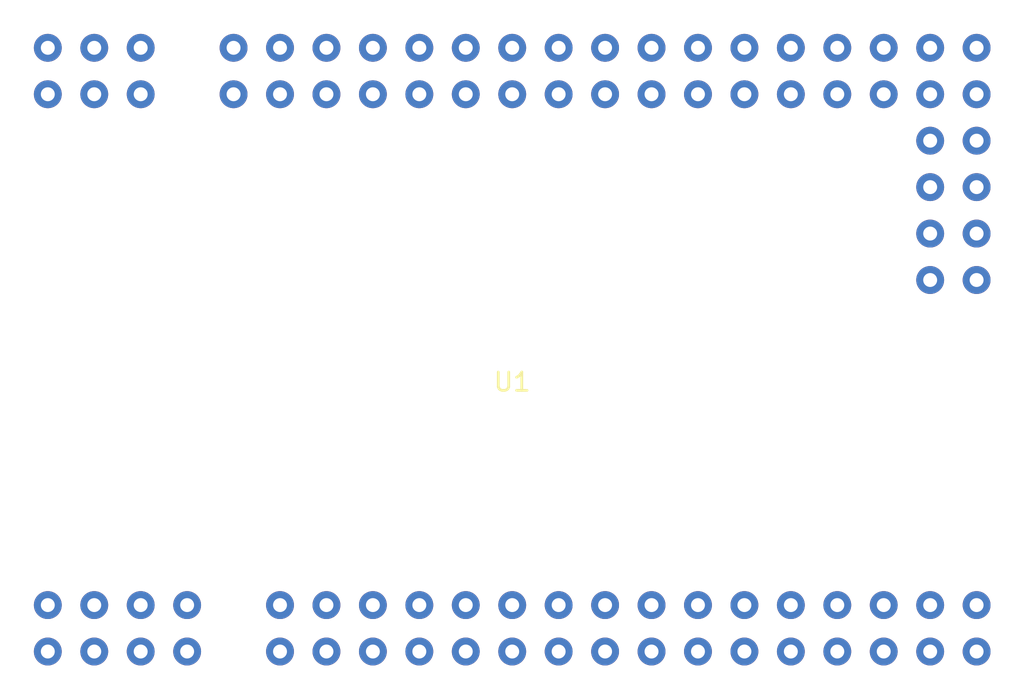
<source format=kicad_pcb>
(kicad_pcb (version 20171130) (host pcbnew 5.0.2+dfsg1-1)

  (general
    (thickness 1.6)
    (drawings 0)
    (tracks 0)
    (zones 0)
    (modules 1)
    (nets 41)
  )

  (page A4)
  (layers
    (0 F.Cu signal)
    (31 B.Cu signal)
    (32 B.Adhes user)
    (33 F.Adhes user)
    (34 B.Paste user)
    (35 F.Paste user)
    (36 B.SilkS user)
    (37 F.SilkS user)
    (38 B.Mask user)
    (39 F.Mask user)
    (40 Dwgs.User user)
    (41 Cmts.User user)
    (42 Eco1.User user)
    (43 Eco2.User user)
    (44 Edge.Cuts user)
    (45 Margin user)
    (46 B.CrtYd user)
    (47 F.CrtYd user)
    (48 B.Fab user)
    (49 F.Fab user)
  )

  (setup
    (last_trace_width 0.25)
    (trace_clearance 0.2)
    (zone_clearance 0.508)
    (zone_45_only no)
    (trace_min 0.2)
    (segment_width 0.2)
    (edge_width 0.15)
    (via_size 0.8)
    (via_drill 0.4)
    (via_min_size 0.4)
    (via_min_drill 0.3)
    (uvia_size 0.3)
    (uvia_drill 0.1)
    (uvias_allowed no)
    (uvia_min_size 0.2)
    (uvia_min_drill 0.1)
    (pcb_text_width 0.3)
    (pcb_text_size 1.5 1.5)
    (mod_edge_width 0.15)
    (mod_text_size 1 1)
    (mod_text_width 0.15)
    (pad_size 1.524 1.524)
    (pad_drill 0.762)
    (pad_to_mask_clearance 0.051)
    (solder_mask_min_width 0.25)
    (aux_axis_origin 0 0)
    (visible_elements FFFFFF7F)
    (pcbplotparams
      (layerselection 0x010fc_ffffffff)
      (usegerberextensions false)
      (usegerberattributes false)
      (usegerberadvancedattributes false)
      (creategerberjobfile false)
      (excludeedgelayer true)
      (linewidth 0.100000)
      (plotframeref false)
      (viasonmask false)
      (mode 1)
      (useauxorigin false)
      (hpglpennumber 1)
      (hpglpenspeed 20)
      (hpglpendiameter 15.000000)
      (psnegative false)
      (psa4output false)
      (plotreference true)
      (plotvalue true)
      (plotinvisibletext false)
      (padsonsilk false)
      (subtractmaskfromsilk false)
      (outputformat 1)
      (mirror false)
      (drillshape 1)
      (scaleselection 1)
      (outputdirectory ""))
  )

  (net 0 "")
  (net 1 "Net-(U1-Pad12)")
  (net 2 "Net-(U1-Pad13)")
  (net 3 "Net-(U1-Pad15)")
  (net 4 "Net-(U1-Pad16)")
  (net 5 "Net-(U1-Pad17)")
  (net 6 "Net-(U1-Pad18)")
  (net 7 "Net-(U1-Pad19)")
  (net 8 "Net-(U1-Pad20)")
  (net 9 "Net-(U1-Pad21)")
  (net 10 "Net-(U1-Pad23)")
  (net 11 "Net-(U1-Pad24)")
  (net 12 "Net-(U1-Pad25)")
  (net 13 "Net-(U1-Pad26)")
  (net 14 "Net-(U1-Pad46)")
  (net 15 "Net-(U1-Pad44)")
  (net 16 "Net-(U1-Pad45)")
  (net 17 "Net-(U1-PadGND)")
  (net 18 "Net-(U1-Pad50)")
  (net 19 "Net-(U1-Pad52)")
  (net 20 "Net-(U1-Pad53)")
  (net 21 "Net-(U1-Pad51)")
  (net 22 "Net-(U1-Pad43)")
  (net 23 "Net-(U1-Pad42)")
  (net 24 "Net-(U1-Pad40)")
  (net 25 "Net-(U1-Pad41)")
  (net 26 "Net-(U1-Pad38)")
  (net 27 "Net-(U1-Pad39)")
  (net 28 "Net-(U1-Pad36)")
  (net 29 "Net-(U1-Pad37)")
  (net 30 "Net-(U1-Pad35)")
  (net 31 "Net-(U1-PadAREF)")
  (net 32 "Net-(U1-PadRST)")
  (net 33 "Net-(U1-Pad6)")
  (net 34 "Net-(U1-Pad2)")
  (net 35 "Net-(U1-Pad5V)")
  (net 36 "Net-(U1-PadVin)")
  (net 37 "Net-(U1-Pad3V3)")
  (net 38 "Net-(U1-Pad3)")
  (net 39 "Net-(U1-Pad5)")
  (net 40 "Net-(U1-Pad7)")

  (net_class Default "This is the default net class."
    (clearance 0.2)
    (trace_width 0.25)
    (via_dia 0.8)
    (via_drill 0.4)
    (uvia_dia 0.3)
    (uvia_drill 0.1)
    (add_net "Net-(U1-Pad12)")
    (add_net "Net-(U1-Pad13)")
    (add_net "Net-(U1-Pad15)")
    (add_net "Net-(U1-Pad16)")
    (add_net "Net-(U1-Pad17)")
    (add_net "Net-(U1-Pad18)")
    (add_net "Net-(U1-Pad19)")
    (add_net "Net-(U1-Pad2)")
    (add_net "Net-(U1-Pad20)")
    (add_net "Net-(U1-Pad21)")
    (add_net "Net-(U1-Pad23)")
    (add_net "Net-(U1-Pad24)")
    (add_net "Net-(U1-Pad25)")
    (add_net "Net-(U1-Pad26)")
    (add_net "Net-(U1-Pad3)")
    (add_net "Net-(U1-Pad35)")
    (add_net "Net-(U1-Pad36)")
    (add_net "Net-(U1-Pad37)")
    (add_net "Net-(U1-Pad38)")
    (add_net "Net-(U1-Pad39)")
    (add_net "Net-(U1-Pad3V3)")
    (add_net "Net-(U1-Pad40)")
    (add_net "Net-(U1-Pad41)")
    (add_net "Net-(U1-Pad42)")
    (add_net "Net-(U1-Pad43)")
    (add_net "Net-(U1-Pad44)")
    (add_net "Net-(U1-Pad45)")
    (add_net "Net-(U1-Pad46)")
    (add_net "Net-(U1-Pad5)")
    (add_net "Net-(U1-Pad50)")
    (add_net "Net-(U1-Pad51)")
    (add_net "Net-(U1-Pad52)")
    (add_net "Net-(U1-Pad53)")
    (add_net "Net-(U1-Pad5V)")
    (add_net "Net-(U1-Pad6)")
    (add_net "Net-(U1-Pad7)")
    (add_net "Net-(U1-PadAREF)")
    (add_net "Net-(U1-PadGND)")
    (add_net "Net-(U1-PadRST)")
    (add_net "Net-(U1-PadVin)")
  )

  (module 2008-mega2560promini:mega2560promini (layer F.Cu) (tedit 5E03D7FE) (tstamp 5E0446C4)
    (at 137.16 96.52)
    (path /5E04F573)
    (fp_text reference U1 (at 0 0.5) (layer F.SilkS)
      (effects (font (size 1 1) (thickness 0.15)))
    )
    (fp_text value Mega2560ProMini (at 0 -0.5) (layer F.Fab)
      (effects (font (size 1 1) (thickness 0.15)))
    )
    (fp_line (start -27.94 -20.32) (end 27.94 -20.32) (layer F.CrtYd) (width 0.15))
    (fp_line (start 27.94 -20.32) (end 27.94 17.78) (layer F.CrtYd) (width 0.15))
    (fp_line (start 27.94 17.78) (end -27.94 17.78) (layer F.CrtYd) (width 0.15))
    (fp_line (start -27.94 17.78) (end -27.94 -20.32) (layer F.CrtYd) (width 0.15))
    (pad 11 thru_hole circle (at 0 15.24) (size 1.524 1.524) (drill 0.762) (layers *.Cu *.Mask))
    (pad 10 thru_hole circle (at 0 12.7) (size 1.524 1.524) (drill 0.762) (layers *.Cu *.Mask))
    (pad 12 thru_hole circle (at 2.54 12.7) (size 1.524 1.524) (drill 0.762) (layers *.Cu *.Mask)
      (net 1 "Net-(U1-Pad12)"))
    (pad 13 thru_hole circle (at 2.54 15.24) (size 1.524 1.524) (drill 0.762) (layers *.Cu *.Mask)
      (net 2 "Net-(U1-Pad13)"))
    (pad 14 thru_hole circle (at 5.08 12.7) (size 1.524 1.524) (drill 0.762) (layers *.Cu *.Mask))
    (pad 15 thru_hole circle (at 5.08 15.24) (size 1.524 1.524) (drill 0.762) (layers *.Cu *.Mask)
      (net 3 "Net-(U1-Pad15)"))
    (pad 16 thru_hole circle (at 7.62 12.7) (size 1.524 1.524) (drill 0.762) (layers *.Cu *.Mask)
      (net 4 "Net-(U1-Pad16)"))
    (pad 17 thru_hole circle (at 7.62 15.24) (size 1.524 1.524) (drill 0.762) (layers *.Cu *.Mask)
      (net 5 "Net-(U1-Pad17)"))
    (pad 18 thru_hole circle (at 10.16 12.7) (size 1.524 1.524) (drill 0.762) (layers *.Cu *.Mask)
      (net 6 "Net-(U1-Pad18)"))
    (pad 19 thru_hole circle (at 10.16 15.24) (size 1.524 1.524) (drill 0.762) (layers *.Cu *.Mask)
      (net 7 "Net-(U1-Pad19)"))
    (pad 20 thru_hole circle (at 12.7 12.7) (size 1.524 1.524) (drill 0.762) (layers *.Cu *.Mask)
      (net 8 "Net-(U1-Pad20)"))
    (pad 21 thru_hole circle (at 12.7 15.24) (size 1.524 1.524) (drill 0.762) (layers *.Cu *.Mask)
      (net 9 "Net-(U1-Pad21)"))
    (pad 22 thru_hole circle (at 15.24 12.7) (size 1.524 1.524) (drill 0.762) (layers *.Cu *.Mask))
    (pad 23 thru_hole circle (at 15.24 15.24) (size 1.524 1.524) (drill 0.762) (layers *.Cu *.Mask)
      (net 10 "Net-(U1-Pad23)"))
    (pad 24 thru_hole circle (at 17.78 12.7) (size 1.524 1.524) (drill 0.762) (layers *.Cu *.Mask)
      (net 11 "Net-(U1-Pad24)"))
    (pad 25 thru_hole circle (at 17.78 15.24) (size 1.524 1.524) (drill 0.762) (layers *.Cu *.Mask)
      (net 12 "Net-(U1-Pad25)"))
    (pad 26 thru_hole circle (at 20.32 12.7) (size 1.524 1.524) (drill 0.762) (layers *.Cu *.Mask)
      (net 13 "Net-(U1-Pad26)"))
    (pad 27 thru_hole circle (at 20.32 15.24) (size 1.524 1.524) (drill 0.762) (layers *.Cu *.Mask))
    (pad 28 thru_hole circle (at 22.86 12.7) (size 1.524 1.524) (drill 0.762) (layers *.Cu *.Mask))
    (pad 29 thru_hole circle (at 22.86 15.24) (size 1.524 1.524) (drill 0.762) (layers *.Cu *.Mask))
    (pad 30 thru_hole circle (at 25.4 12.7) (size 1.524 1.524) (drill 0.762) (layers *.Cu *.Mask))
    (pad 31 thru_hole circle (at 25.4 15.24) (size 1.524 1.524) (drill 0.762) (layers *.Cu *.Mask))
    (pad 46 thru_hole circle (at 25.4 -17.78) (size 1.524 1.524) (drill 0.762) (layers *.Cu *.Mask)
      (net 14 "Net-(U1-Pad46)"))
    (pad 44 thru_hole circle (at 22.86 -17.78) (size 1.524 1.524) (drill 0.762) (layers *.Cu *.Mask)
      (net 15 "Net-(U1-Pad44)"))
    (pad 45 thru_hole circle (at 22.86 -15.24) (size 1.524 1.524) (drill 0.762) (layers *.Cu *.Mask)
      (net 16 "Net-(U1-Pad45)"))
    (pad 47 thru_hole circle (at 25.4 -15.24) (size 1.524 1.524) (drill 0.762) (layers *.Cu *.Mask))
    (pad GND thru_hole circle (at 25.4 -12.7) (size 1.524 1.524) (drill 0.762) (layers *.Cu *.Mask)
      (net 17 "Net-(U1-PadGND)"))
    (pad 48 thru_hole circle (at 25.4 -10.16) (size 1.524 1.524) (drill 0.762) (layers *.Cu *.Mask))
    (pad 50 thru_hole circle (at 25.4 -7.62) (size 1.524 1.524) (drill 0.762) (layers *.Cu *.Mask)
      (net 18 "Net-(U1-Pad50)"))
    (pad 52 thru_hole circle (at 25.4 -5.08) (size 1.524 1.524) (drill 0.762) (layers *.Cu *.Mask)
      (net 19 "Net-(U1-Pad52)"))
    (pad 53 thru_hole circle (at 22.86 -5.08) (size 1.524 1.524) (drill 0.762) (layers *.Cu *.Mask)
      (net 20 "Net-(U1-Pad53)"))
    (pad 51 thru_hole circle (at 22.86 -7.62) (size 1.524 1.524) (drill 0.762) (layers *.Cu *.Mask)
      (net 21 "Net-(U1-Pad51)"))
    (pad 49 thru_hole circle (at 22.86 -10.16) (size 1.524 1.524) (drill 0.762) (layers *.Cu *.Mask))
    (pad GND thru_hole circle (at 22.86 -12.7) (size 1.524 1.524) (drill 0.762) (layers *.Cu *.Mask)
      (net 17 "Net-(U1-PadGND)"))
    (pad 43 thru_hole circle (at 20.32 -15.24) (size 1.524 1.524) (drill 0.762) (layers *.Cu *.Mask)
      (net 22 "Net-(U1-Pad43)"))
    (pad 42 thru_hole circle (at 20.32 -17.78) (size 1.524 1.524) (drill 0.762) (layers *.Cu *.Mask)
      (net 23 "Net-(U1-Pad42)"))
    (pad 40 thru_hole circle (at 17.78 -17.78) (size 1.524 1.524) (drill 0.762) (layers *.Cu *.Mask)
      (net 24 "Net-(U1-Pad40)"))
    (pad 41 thru_hole circle (at 17.78 -15.24) (size 1.524 1.524) (drill 0.762) (layers *.Cu *.Mask)
      (net 25 "Net-(U1-Pad41)"))
    (pad 38 thru_hole circle (at 15.24 -17.78) (size 1.524 1.524) (drill 0.762) (layers *.Cu *.Mask)
      (net 26 "Net-(U1-Pad38)"))
    (pad 39 thru_hole circle (at 15.24 -15.24) (size 1.524 1.524) (drill 0.762) (layers *.Cu *.Mask)
      (net 27 "Net-(U1-Pad39)"))
    (pad 36 thru_hole circle (at 12.7 -17.78) (size 1.524 1.524) (drill 0.762) (layers *.Cu *.Mask)
      (net 28 "Net-(U1-Pad36)"))
    (pad 37 thru_hole circle (at 12.7 -15.24) (size 1.524 1.524) (drill 0.762) (layers *.Cu *.Mask)
      (net 29 "Net-(U1-Pad37)"))
    (pad 34 thru_hole circle (at 10.16 -17.78) (size 1.524 1.524) (drill 0.762) (layers *.Cu *.Mask))
    (pad 35 thru_hole circle (at 10.16 -15.24) (size 1.524 1.524) (drill 0.762) (layers *.Cu *.Mask)
      (net 30 "Net-(U1-Pad35)"))
    (pad 32 thru_hole circle (at 7.62 -17.78) (size 1.524 1.524) (drill 0.762) (layers *.Cu *.Mask))
    (pad 33 thru_hole circle (at 7.62 -15.24) (size 1.524 1.524) (drill 0.762) (layers *.Cu *.Mask))
    (pad AREF thru_hole circle (at 5.08 -17.78) (size 1.524 1.524) (drill 0.762) (layers *.Cu *.Mask)
      (net 31 "Net-(U1-PadAREF)"))
    (pad RST thru_hole circle (at 5.08 -15.24) (size 1.524 1.524) (drill 0.762) (layers *.Cu *.Mask)
      (net 32 "Net-(U1-PadRST)"))
    (pad A15 thru_hole circle (at 2.54 -15.24) (size 1.524 1.524) (drill 0.762) (layers *.Cu *.Mask))
    (pad A14 thru_hole circle (at 2.54 -17.78) (size 1.524 1.524) (drill 0.762) (layers *.Cu *.Mask))
    (pad A13 thru_hole circle (at 0 -15.24) (size 1.524 1.524) (drill 0.762) (layers *.Cu *.Mask))
    (pad A12 thru_hole circle (at 0 -17.78) (size 1.524 1.524) (drill 0.762) (layers *.Cu *.Mask))
    (pad 8 thru_hole circle (at -2.54 12.7) (size 1.524 1.524) (drill 0.762) (layers *.Cu *.Mask))
    (pad 6 thru_hole circle (at -5.08 12.7) (size 1.524 1.524) (drill 0.762) (layers *.Cu *.Mask)
      (net 33 "Net-(U1-Pad6)"))
    (pad 4 thru_hole circle (at -7.62 12.7) (size 1.524 1.524) (drill 0.762) (layers *.Cu *.Mask))
    (pad 2 thru_hole circle (at -10.16 12.7) (size 1.524 1.524) (drill 0.762) (layers *.Cu *.Mask)
      (net 34 "Net-(U1-Pad2)"))
    (pad RXD thru_hole circle (at -12.7 12.7) (size 1.524 1.524) (drill 0.762) (layers *.Cu *.Mask))
    (pad 5V thru_hole circle (at -20.32 12.7) (size 1.524 1.524) (drill 0.762) (layers *.Cu *.Mask)
      (net 35 "Net-(U1-Pad5V)"))
    (pad GND thru_hole circle (at -22.86 12.7) (size 1.524 1.524) (drill 0.762) (layers *.Cu *.Mask)
      (net 17 "Net-(U1-PadGND)"))
    (pad Vin thru_hole circle (at -25.4 12.7) (size 1.524 1.524) (drill 0.762) (layers *.Cu *.Mask)
      (net 36 "Net-(U1-PadVin)"))
    (pad A10 thru_hole circle (at -2.54 -17.78) (size 1.524 1.524) (drill 0.762) (layers *.Cu *.Mask))
    (pad A11 thru_hole circle (at -2.54 -15.24) (size 1.524 1.524) (drill 0.762) (layers *.Cu *.Mask))
    (pad A8 thru_hole circle (at -5.08 -17.78) (size 1.524 1.524) (drill 0.762) (layers *.Cu *.Mask))
    (pad A9 thru_hole circle (at -5.08 -15.24) (size 1.524 1.524) (drill 0.762) (layers *.Cu *.Mask))
    (pad A6 thru_hole circle (at -7.62 -17.78) (size 1.524 1.524) (drill 0.762) (layers *.Cu *.Mask))
    (pad A4 thru_hole circle (at -10.16 -17.78) (size 1.524 1.524) (drill 0.762) (layers *.Cu *.Mask))
    (pad A2 thru_hole circle (at -12.7 -17.78) (size 1.524 1.524) (drill 0.762) (layers *.Cu *.Mask))
    (pad A0 thru_hole circle (at -15.24 -17.78) (size 1.524 1.524) (drill 0.762) (layers *.Cu *.Mask))
    (pad "" thru_hole circle (at -20.32 -17.78) (size 1.524 1.524) (drill 0.762) (layers *.Cu *.Mask))
    (pad "" thru_hole circle (at -22.86 -17.78) (size 1.524 1.524) (drill 0.762) (layers *.Cu *.Mask))
    (pad GND thru_hole circle (at -25.4 -17.78) (size 1.524 1.524) (drill 0.762) (layers *.Cu *.Mask)
      (net 17 "Net-(U1-PadGND)"))
    (pad GND thru_hole circle (at -25.4 -15.24) (size 1.524 1.524) (drill 0.762) (layers *.Cu *.Mask)
      (net 17 "Net-(U1-PadGND)"))
    (pad "" thru_hole circle (at -22.86 -15.24) (size 1.524 1.524) (drill 0.762) (layers *.Cu *.Mask))
    (pad "" thru_hole circle (at -20.32 -15.24) (size 1.524 1.524) (drill 0.762) (layers *.Cu *.Mask))
    (pad 3V3 thru_hole circle (at -17.78 12.7) (size 1.524 1.524) (drill 0.762) (layers *.Cu *.Mask)
      (net 37 "Net-(U1-Pad3V3)"))
    (pad A7 thru_hole circle (at -7.62 -15.24) (size 1.524 1.524) (drill 0.762) (layers *.Cu *.Mask))
    (pad A5 thru_hole circle (at -10.16 -15.24) (size 1.524 1.524) (drill 0.762) (layers *.Cu *.Mask))
    (pad A3 thru_hole circle (at -12.7 -15.24) (size 1.524 1.524) (drill 0.762) (layers *.Cu *.Mask))
    (pad A1 thru_hole circle (at -15.24 -15.24) (size 1.524 1.524) (drill 0.762) (layers *.Cu *.Mask))
    (pad Vin thru_hole circle (at -25.4 15.24) (size 1.524 1.524) (drill 0.762) (layers *.Cu *.Mask)
      (net 36 "Net-(U1-PadVin)"))
    (pad GND thru_hole circle (at -22.86 15.24) (size 1.524 1.524) (drill 0.762) (layers *.Cu *.Mask)
      (net 17 "Net-(U1-PadGND)"))
    (pad 5V thru_hole circle (at -20.32 15.24) (size 1.524 1.524) (drill 0.762) (layers *.Cu *.Mask)
      (net 35 "Net-(U1-Pad5V)"))
    (pad 3V3 thru_hole circle (at -17.78 15.24) (size 1.524 1.524) (drill 0.762) (layers *.Cu *.Mask)
      (net 37 "Net-(U1-Pad3V3)"))
    (pad TXD thru_hole circle (at -12.7 15.24) (size 1.524 1.524) (drill 0.762) (layers *.Cu *.Mask))
    (pad 3 thru_hole circle (at -10.16 15.24) (size 1.524 1.524) (drill 0.762) (layers *.Cu *.Mask)
      (net 38 "Net-(U1-Pad3)"))
    (pad 5 thru_hole circle (at -7.62 15.24) (size 1.524 1.524) (drill 0.762) (layers *.Cu *.Mask)
      (net 39 "Net-(U1-Pad5)"))
    (pad 7 thru_hole circle (at -5.08 15.24) (size 1.524 1.524) (drill 0.762) (layers *.Cu *.Mask)
      (net 40 "Net-(U1-Pad7)"))
    (pad 9 thru_hole circle (at -2.54 15.24) (size 1.524 1.524) (drill 0.762) (layers *.Cu *.Mask))
  )

)

</source>
